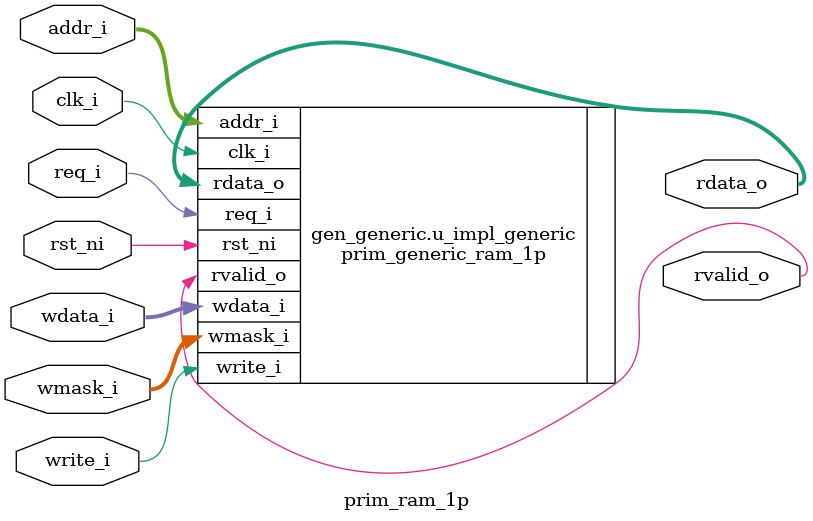
<source format=v>
module prim_ram_1p (
	clk_i,
	rst_ni,
	req_i,
	write_i,
	addr_i,
	wdata_i,
	wmask_i,
	rvalid_o,
	rdata_o
);
	localparam prim_pkg_ImplXilinx = 1;
	parameter signed [31:0] Width = 32;
	parameter signed [31:0] Depth = 128;
	parameter signed [31:0] DataBitsPerMask = 1;
	parameter signed [31:0] Aw = $clog2(Depth);
	input clk_i;
	input rst_ni;
	input req_i;
	input write_i;
	input [Aw - 1:0] addr_i;
	input [Width - 1:0] wdata_i;
	input [Width - 1:0] wmask_i;
	output wire rvalid_o;
	output wire [Width - 1:0] rdata_o;
	parameter integer Impl = prim_pkg_ImplXilinx;
	generate
		begin : gen_generic
			prim_generic_ram_1p #(
				.DataBitsPerMask(DataBitsPerMask),
				.Width(Width),
				.Depth(Depth)
			) u_impl_generic (
				.clk_i,
				.rst_ni,
				.req_i,
				.write_i,
				.addr_i,
				.wdata_i,
				.wmask_i,
				.rvalid_o,
				.rdata_o
			);
		end
	endgenerate
endmodule

</source>
